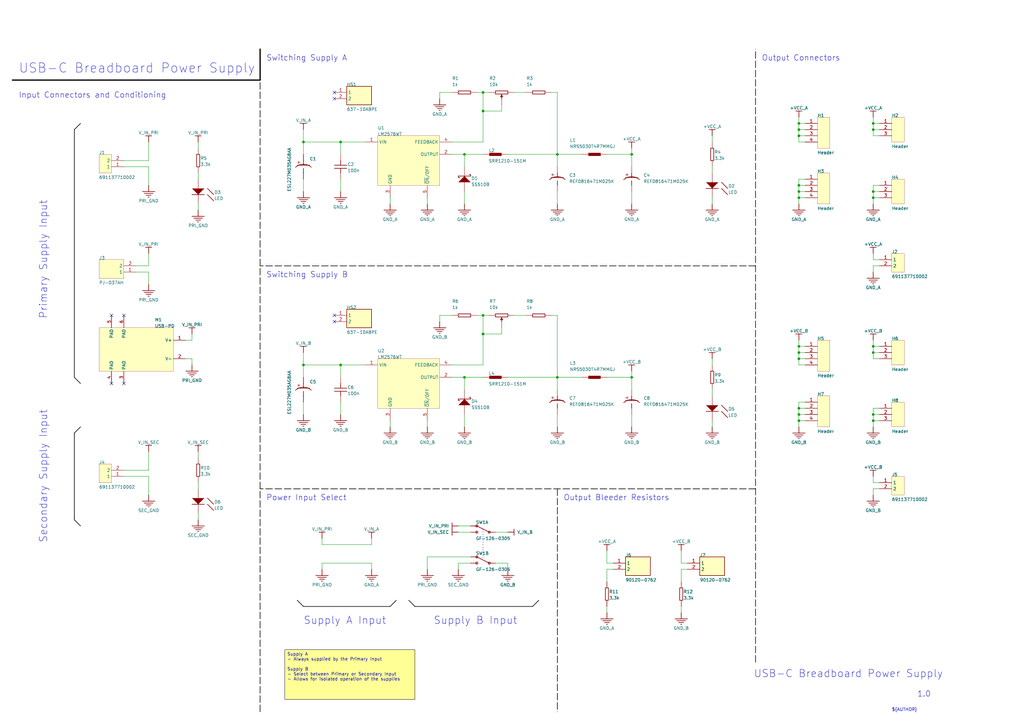
<source format=kicad_sch>
(kicad_sch (version 20231120) (generator "eeschema") (generator_version "8.0")
  (paper "A3")
  (title_block (title "USB-C Breadboard Power Supply") (rev "1.0"))
  (junction (at 327.66 147.1422))
  (junction (at 327.66 170.0022))
  (junction (at 358.14 170.0022))
  (junction (at 358.14 53.1622))
  (junction (at 124.46 58.2422))
  (junction (at 198.12 37.9222))
  (junction (at 327.66 55.7022))
  (junction (at 327.66 144.6022))
  (junction (at 358.14 81.1022))
  (junction (at 327.66 50.6222))
  (junction (at 358.14 50.6222))
  (junction (at 327.66 81.1022))
  (junction (at 228.6 154.7622))
  (junction (at 259.08 154.7622))
  (junction (at 198.12 45.5422))
  (junction (at 198.12 136.9822))
  (junction (at 190.5 63.3222))
  (junction (at 358.14 144.6022))
  (junction (at 327.66 172.5422))
  (junction (at 358.14 172.5422))
  (junction (at 190.5 154.7622))
  (junction (at 327.66 142.0622))
  (junction (at 228.6 63.3222))
  (junction (at 139.7 58.2422))
  (junction (at 259.08 63.3222))
  (junction (at 198.12 129.3622))
  (junction (at 124.46 149.6822))
  (junction (at 327.66 167.4622))
  (junction (at 358.14 78.5622))
  (junction (at 358.14 142.0622))
  (junction (at 327.66 78.5622))
  (junction (at 327.66 53.1622))
  (junction (at 139.7 149.6822))
  (junction (at 327.66 76.0222))
  (no_connect (at 137.16 40.4622))
  (no_connect (at 45.72 129.3622))
  (no_connect (at 137.16 37.9222))
  (no_connect (at 137.16 129.3622))
  (no_connect (at 137.16 131.9022))
  (no_connect (at 50.8 157.3022))
  (no_connect (at 45.72 157.3022))
  (no_connect (at 50.8 129.3622))
  (wire (pts (xy 259.08 154.7622) (xy 259.08 152.2222)))
  (wire (pts (xy 60.96 116.6622) (xy 60.96 111.5822)))
  (wire (pts (xy 160.02 175.0822) (xy 160.02 172.5422)))
  (wire (pts (xy 50.8 192.8622) (xy 60.96 192.8622)))
  (polyline (pts (xy 228.6 200.4822) (xy 228.6 291.9222)) (stroke (width 0.254) (type dash) (color 0 0 0 1)))
  (wire (pts (xy 292.1 55.7022) (xy 292.1 58.2422)))
  (wire (pts (xy 360.68 167.4622) (xy 358.14 167.4622)))
  (polyline (pts (xy 160.02 248.7422) (xy 162.56 246.2022)) (stroke (width 0.254) (type solid) (color 0 0 0 1)))
  (wire (pts (xy 327.66 53.1622) (xy 330.2 53.1622)))
  (wire (pts (xy 358.14 197.9422) (xy 358.14 195.4022)))
  (wire (pts (xy 327.66 170.0022) (xy 327.66 172.5422)))
  (wire (pts (xy 327.66 172.5422) (xy 327.66 175.0822)))
  (wire (pts (xy 185.42 129.3622) (xy 180.34 129.3622)))
  (wire (pts (xy 124.46 149.6822) (xy 139.7 149.6822)))
  (wire (pts (xy 292.1 162.3822) (xy 292.1 159.8422)))
  (wire (pts (xy 358.14 147.1422) (xy 360.68 147.1422)))
  (wire (pts (xy 248.92 238.5822) (xy 248.92 233.5022)))
  (wire (pts (xy 198.12 129.3622) (xy 200.66 129.3622)))
  (wire (pts (xy 248.92 251.2822) (xy 248.92 248.7422)))
  (wire (pts (xy 358.14 142.0622) (xy 360.68 142.0622)))
  (wire (pts (xy 50.8 195.4022) (xy 60.96 195.4022)))
  (wire (pts (xy 248.92 225.8822) (xy 248.92 230.9622)))
  (wire (pts (xy 205.74 134.4422) (xy 205.74 136.9822)))
  (wire (pts (xy 193.04 228.4222) (xy 175.26 228.4222)))
  (wire (pts (xy 327.66 81.1022) (xy 327.66 83.6422)))
  (wire (pts (xy 360.68 109.0422) (xy 358.14 109.0422)))
  (polyline (pts (xy 121.92 246.2022) (xy 124.46 248.7422)) (stroke (width 0.254) (type solid) (color 0 0 0 1)))
  (wire (pts (xy 190.5 154.7622) (xy 185.42 154.7622)))
  (polyline (pts (xy 124.46 248.7422) (xy 160.02 248.7422)) (stroke (width 0.254) (type solid) (color 0 0 0 1)))
  (wire (pts (xy 195.58 37.9222) (xy 198.12 37.9222)))
  (wire (pts (xy 210.82 129.3622) (xy 215.9 129.3622)))
  (wire (pts (xy 327.66 142.0622) (xy 327.66 144.6022)))
  (wire (pts (xy 139.7 58.2422) (xy 149.86 58.2422)))
  (wire (pts (xy 81.28 213.1822) (xy 81.28 210.6422)))
  (polyline (pts (xy 198.12 216.9922) (xy 198.12 229.6922)) (stroke (width 0.254) (type dot) (color 0 0 255 1)))
  (wire (pts (xy 205.74 136.9822) (xy 198.12 136.9822)))
  (wire (pts (xy 203.2 230.9622) (xy 208.28 230.9622)))
  (wire (pts (xy 327.66 76.0222) (xy 327.66 78.5622)))
  (wire (pts (xy 358.14 48.0822) (xy 358.14 50.6222)))
  (wire (pts (xy 292.1 83.6422) (xy 292.1 81.1022)))
  (wire (pts (xy 139.7 78.5622) (xy 139.7 73.4822)))
  (wire (pts (xy 292.1 70.9422) (xy 292.1 68.4022)))
  (wire (pts (xy 198.12 149.6822) (xy 198.12 136.9822)))
  (wire (pts (xy 132.08 230.9622) (xy 132.08 233.5022)))
  (wire (pts (xy 81.28 86.1822) (xy 81.28 83.6422)))
  (wire (pts (xy 190.5 175.0822) (xy 190.5 170.0022)))
  (wire (pts (xy 259.08 83.6422) (xy 259.08 78.5622)))
  (wire (pts (xy 358.14 170.0022) (xy 358.14 172.5422)))
  (wire (pts (xy 330.2 170.0022) (xy 327.66 170.0022)))
  (wire (pts (xy 358.14 144.6022) (xy 358.14 147.1422)))
  (wire (pts (xy 330.2 78.5622) (xy 327.66 78.5622)))
  (wire (pts (xy 327.66 50.6222) (xy 330.2 50.6222)))
  (wire (pts (xy 190.5 159.8422) (xy 190.5 154.7622)))
  (wire (pts (xy 259.08 68.4022) (xy 259.08 63.3222)))
  (wire (pts (xy 228.6 175.0822) (xy 228.6 170.0022)))
  (wire (pts (xy 358.14 50.6222) (xy 360.68 50.6222)))
  (wire (pts (xy 228.6 63.3222) (xy 228.6 68.4022)))
  (wire (pts (xy 358.14 53.1622) (xy 358.14 55.7022)))
  (wire (pts (xy 190.5 63.3222) (xy 185.42 63.3222)))
  (wire (pts (xy 330.2 167.4622) (xy 327.66 167.4622)))
  (polyline (pts (xy 309.88 109.0422) (xy 106.68 109.0422)) (stroke (width 0.254) (type dash) (color 0 0 0 1)))
  (wire (pts (xy 327.66 147.1422) (xy 327.66 149.6822)))
  (wire (pts (xy 160.02 83.6422) (xy 160.02 81.1022)))
  (wire (pts (xy 330.2 172.5422) (xy 327.66 172.5422)))
  (wire (pts (xy 358.14 76.0222) (xy 358.14 78.5622)))
  (wire (pts (xy 228.6 154.7622) (xy 228.6 159.8422)))
  (wire (pts (xy 198.12 136.9822) (xy 198.12 129.3622)))
  (wire (pts (xy 228.6 83.6422) (xy 228.6 78.5622)))
  (polyline (pts (xy 30.48 213.1822) (xy 33.02 215.7222)) (stroke (width 0.254) (type solid) (color 0 0 0 1)))
  (wire (pts (xy 360.68 172.5422) (xy 358.14 172.5422)))
  (wire (pts (xy 193.04 215.7222) (xy 187.96 215.7222)))
  (wire (pts (xy 358.14 55.7022) (xy 360.68 55.7022)))
  (wire (pts (xy 327.66 53.1622) (xy 327.66 55.7022)))
  (wire (pts (xy 238.76 154.7622) (xy 228.6 154.7622)))
  (wire (pts (xy 124.46 58.2422) (xy 124.46 63.3222)))
  (wire (pts (xy 259.08 175.0822) (xy 259.08 170.0022)))
  (polyline (pts (xy 170.18 248.7422) (xy 218.44 248.7422)) (stroke (width 0.254) (type solid) (color 0 0 0 1)))
  (wire (pts (xy 60.96 109.0422) (xy 55.88 109.0422)))
  (wire (pts (xy 330.2 76.0222) (xy 327.66 76.0222)))
  (wire (pts (xy 279.4 225.8822) (xy 279.4 230.9622)))
  (wire (pts (xy 327.66 139.5222) (xy 327.66 142.0622)))
  (wire (pts (xy 208.28 218.2622) (xy 203.2 218.2622)))
  (wire (pts (xy 358.14 172.5422) (xy 358.14 175.0822)))
  (wire (pts (xy 248.92 230.9622) (xy 251.46 230.9622)))
  (wire (pts (xy 60.96 68.4022) (xy 60.96 76.0222)))
  (wire (pts (xy 175.26 83.6422) (xy 175.26 81.1022)))
  (wire (pts (xy 330.2 81.1022) (xy 327.66 81.1022)))
  (wire (pts (xy 60.96 195.4022) (xy 60.96 203.0222)))
  (wire (pts (xy 180.34 129.3622) (xy 180.34 131.9022)))
  (wire (pts (xy 139.7 149.6822) (xy 149.86 149.6822)))
  (wire (pts (xy 358.14 50.6222) (xy 358.14 53.1622)))
  (wire (pts (xy 360.68 76.0222) (xy 358.14 76.0222)))
  (wire (pts (xy 358.14 200.4822) (xy 358.14 203.0222)))
  (wire (pts (xy 327.66 78.5622) (xy 327.66 81.1022)))
  (wire (pts (xy 139.7 149.6822) (xy 139.7 154.7622)))
  (wire (pts (xy 327.66 144.6022) (xy 327.66 147.1422)))
  (wire (pts (xy 327.66 142.0622) (xy 330.2 142.0622)))
  (wire (pts (xy 360.68 78.5622) (xy 358.14 78.5622)))
  (wire (pts (xy 279.4 230.9622) (xy 281.94 230.9622)))
  (polyline (pts (xy 30.48 53.1622) (xy 30.48 154.7622)) (stroke (width 0.254) (type solid) (color 0 0 0 1)))
  (wire (pts (xy 327.66 164.9222) (xy 327.66 167.4622)))
  (wire (pts (xy 81.28 58.2422) (xy 81.28 60.7822)))
  (wire (pts (xy 190.5 68.4022) (xy 190.5 63.3222)))
  (wire (pts (xy 124.46 58.2422) (xy 139.7 58.2422)))
  (wire (pts (xy 60.96 111.5822) (xy 55.88 111.5822)))
  (wire (pts (xy 330.2 73.4822) (xy 327.66 73.4822)))
  (wire (pts (xy 190.5 154.7622) (xy 198.12 154.7622)))
  (wire (pts (xy 139.7 170.0022) (xy 139.7 164.9222)))
  (wire (pts (xy 208.28 63.3222) (xy 228.6 63.3222)))
  (polyline (pts (xy 309.88 271.6022) (xy 309.88 20.1422)) (stroke (width 0.254) (type dash) (color 0 0 0 1)))
  (wire (pts (xy 50.8 65.8622) (xy 60.96 65.8622)))
  (wire (pts (xy 185.42 58.2422) (xy 198.12 58.2422)))
  (wire (pts (xy 327.66 48.0822) (xy 327.66 50.6222)))
  (wire (pts (xy 210.82 37.9222) (xy 215.9 37.9222)))
  (wire (pts (xy 259.08 63.3222) (xy 259.08 60.7822)))
  (wire (pts (xy 175.26 228.4222) (xy 175.26 233.5022)))
  (wire (pts (xy 330.2 164.9222) (xy 327.66 164.9222)))
  (wire (pts (xy 327.66 149.6822) (xy 330.2 149.6822)))
  (wire (pts (xy 175.26 175.0822) (xy 175.26 172.5422)))
  (wire (pts (xy 228.6 154.7622) (xy 228.6 129.3622)))
  (polyline (pts (xy 30.48 177.6222) (xy 30.48 213.1822)) (stroke (width 0.254) (type solid) (color 0 0 0 1)))
  (wire (pts (xy 228.6 37.9222) (xy 226.06 37.9222)))
  (wire (pts (xy 327.66 58.2422) (xy 330.2 58.2422)))
  (polyline (pts (xy 106.68 291.9222) (xy 106.68 32.8422)) (stroke (width 0.254) (type dash) (color 0 0 0 1)))
  (wire (pts (xy 327.66 55.7022) (xy 330.2 55.7022)))
  (polyline (pts (xy 167.64 246.2022) (xy 170.18 248.7422)) (stroke (width 0.254) (type solid) (color 0 0 0 1)))
  (polyline (pts (xy 33.02 50.6222) (xy 30.48 53.1622)) (stroke (width 0.254) (type solid) (color 0 0 0 1)))
  (wire (pts (xy 327.66 167.4622) (xy 327.66 170.0022)))
  (wire (pts (xy 152.4 223.3422) (xy 152.4 220.8022)))
  (wire (pts (xy 327.66 147.1422) (xy 330.2 147.1422)))
  (polyline (pts (xy 5.08 32.8422) (xy 106.68 32.8422)) (stroke (width 0.508) (type solid) (color 0 0 0 1)))
  (wire (pts (xy 124.46 149.6822) (xy 124.46 154.7622)))
  (polyline (pts (xy 30.48 154.7622) (xy 33.02 157.3022)) (stroke (width 0.254) (type solid) (color 0 0 0 1)))
  (wire (pts (xy 360.68 81.1022) (xy 358.14 81.1022)))
  (wire (pts (xy 358.14 167.4622) (xy 358.14 170.0022)))
  (wire (pts (xy 281.94 233.5022) (xy 279.4 233.5022)))
  (wire (pts (xy 185.42 37.9222) (xy 180.34 37.9222)))
  (wire (pts (xy 60.96 103.9622) (xy 60.96 109.0422)))
  (wire (pts (xy 190.5 63.3222) (xy 198.12 63.3222)))
  (wire (pts (xy 132.08 220.8022) (xy 132.08 223.3422)))
  (wire (pts (xy 205.74 45.5422) (xy 198.12 45.5422)))
  (wire (pts (xy 198.12 58.2422) (xy 198.12 45.5422)))
  (wire (pts (xy 124.46 144.6022) (xy 124.46 149.6822)))
  (wire (pts (xy 358.14 142.0622) (xy 358.14 144.6022)))
  (wire (pts (xy 358.14 78.5622) (xy 358.14 81.1022)))
  (wire (pts (xy 358.14 144.6022) (xy 360.68 144.6022)))
  (wire (pts (xy 205.74 43.0022) (xy 205.74 45.5422)))
  (wire (pts (xy 360.68 106.5022) (xy 358.14 106.5022)))
  (wire (pts (xy 50.8 68.4022) (xy 60.96 68.4022)))
  (wire (pts (xy 78.74 139.5222) (xy 78.74 136.9822)))
  (wire (pts (xy 198.12 45.5422) (xy 198.12 37.9222)))
  (wire (pts (xy 248.92 63.3222) (xy 259.08 63.3222)))
  (wire (pts (xy 152.4 233.5022) (xy 152.4 230.9622)))
  (wire (pts (xy 132.08 223.3422) (xy 152.4 223.3422)))
  (wire (pts (xy 327.66 73.4822) (xy 327.66 76.0222)))
  (wire (pts (xy 187.96 218.2622) (xy 193.04 218.2622)))
  (wire (pts (xy 292.1 175.0822) (xy 292.1 172.5422)))
  (wire (pts (xy 60.96 192.8622) (xy 60.96 185.2422)))
  (wire (pts (xy 360.68 170.0022) (xy 358.14 170.0022)))
  (wire (pts (xy 358.14 106.5022) (xy 358.14 103.9622)))
  (wire (pts (xy 78.74 147.1422) (xy 76.2 147.1422)))
  (wire (pts (xy 190.5 83.6422) (xy 190.5 78.5622)))
  (wire (pts (xy 228.6 129.3622) (xy 226.06 129.3622)))
  (wire (pts (xy 228.6 63.3222) (xy 228.6 37.9222)))
  (polyline (pts (xy 218.44 248.7422) (xy 220.98 246.2022)) (stroke (width 0.254) (type solid) (color 0 0 0 1)))
  (polyline (pts (xy 309.88 200.4822) (xy 106.68 200.4822)) (stroke (width 0.254) (type dash) (color 0 0 0 1)))
  (wire (pts (xy 358.14 81.1022) (xy 358.14 83.6422)))
  (wire (pts (xy 81.28 185.2422) (xy 81.28 187.7822)))
  (wire (pts (xy 279.4 233.5022) (xy 279.4 238.5822)))
  (wire (pts (xy 358.14 109.0422) (xy 358.14 111.5822)))
  (wire (pts (xy 208.28 230.9622) (xy 208.28 233.5022)))
  (wire (pts (xy 360.68 200.4822) (xy 358.14 200.4822)))
  (wire (pts (xy 60.96 65.8622) (xy 60.96 58.2422)))
  (wire (pts (xy 124.46 170.0022) (xy 124.46 164.9222)))
  (polyline (pts (xy 33.02 175.0822) (xy 30.48 177.6222)) (stroke (width 0.254) (type solid) (color 0 0 0 1)))
  (wire (pts (xy 193.04 230.9622) (xy 187.96 230.9622)))
  (polyline (pts (xy 106.68 32.8422) (xy 106.68 20.1422)) (stroke (width 0.508) (type solid) (color 0 0 0 1)))
  (wire (pts (xy 327.66 50.6222) (xy 327.66 53.1622)))
  (wire (pts (xy 327.66 55.7022) (xy 327.66 58.2422)))
  (wire (pts (xy 259.08 159.8422) (xy 259.08 154.7622)))
  (wire (pts (xy 208.28 154.7622) (xy 228.6 154.7622)))
  (wire (pts (xy 180.34 37.9222) (xy 180.34 40.4622)))
  (wire (pts (xy 238.76 63.3222) (xy 228.6 63.3222)))
  (wire (pts (xy 78.74 149.6822) (xy 78.74 147.1422)))
  (wire (pts (xy 248.92 154.7622) (xy 259.08 154.7622)))
  (wire (pts (xy 360.68 197.9422) (xy 358.14 197.9422)))
  (wire (pts (xy 248.92 233.5022) (xy 251.46 233.5022)))
  (wire (pts (xy 358.14 53.1622) (xy 360.68 53.1622)))
  (wire (pts (xy 124.46 78.5622) (xy 124.46 73.4822)))
  (wire (pts (xy 327.66 144.6022) (xy 330.2 144.6022)))
  (wire (pts (xy 279.4 248.7422) (xy 279.4 251.2822)))
  (wire (pts (xy 81.28 200.4822) (xy 81.28 197.9422)))
  (wire (pts (xy 139.7 58.2422) (xy 139.7 63.3222)))
  (wire (pts (xy 292.1 147.1422) (xy 292.1 149.6822)))
  (wire (pts (xy 187.96 230.9622) (xy 187.96 233.5022)))
  (wire (pts (xy 185.42 149.6822) (xy 198.12 149.6822)))
  (wire (pts (xy 124.46 53.1622) (xy 124.46 58.2422)))
  (wire (pts (xy 195.58 129.3622) (xy 198.12 129.3622)))
  (wire (pts (xy 358.14 139.5222) (xy 358.14 142.0622)))
  (wire (pts (xy 81.28 73.4822) (xy 81.28 70.9422)))
  (wire (pts (xy 76.2 139.5222) (xy 78.74 139.5222)))
  (wire (pts (xy 198.12 37.9222) (xy 200.66 37.9222)))
  (wire (pts (xy 152.4 230.9622) (xy 132.08 230.9622)))
  (text_box "Supply A\n- Always supplied by the Primary Input\n\nSupply B\n- Select between Primary or Secondary Input\n- Allows for isolated operation of the supplies" (at 170.18 266.5222 0) (size -53.34 20.32) (stroke (width 0) (color 0 0 0 1)) (fill (type color) (color 255 255 150 1)) (effects (font (size 1.27 1.27)) (justify left top)))
  (text "Output Connectors" (at 312.42 25.2222 0) (effects (font (size 2.286 2.286)) (justify left bottom)))
  (text "Switching Supply B" (at 109.22 114.1222 0) (effects (font (size 2.286 2.286)) (justify left bottom)))
  (text "${TITLE}" (at 309.118 278.2062 0) (effects (font (size 3.048 3.048)) (justify left bottom)))
  (text "Supply A Input" (at 124.46 256.3622 0) (effects (font (size 3.048 3.048)) (justify left bottom)))
  (text "${REVISION}" (at 376.174 286.0802 0) (effects (font (size 2.286 2.286)) (justify left bottom)))
  (text "Switching Supply A" (at 109.22 25.2222 0) (effects (font (size 2.286 2.286)) (justify left bottom)))
  (text "Output Bleeder Resistors" (at 231.14 205.5622 0) (effects (font (size 2.286 2.286)) (justify left bottom)))
  (text "Secondary Supply Input" (at 17.78 195.4022 90) (effects (font (size 3.048 3.048))))
  (text "Power Input Select" (at 109.22 205.5622 0) (effects (font (size 2.286 2.286)) (justify left bottom)))
  (text "Primary Supply Input" (at 17.78 106.5022 90) (effects (font (size 3.048 3.048))))
  (text "${AUTHOR}" (at 365.76 291.9222 0) (effects (font (size 1.27 1.27)) (justify left bottom)))
  (text "Input Connectors and Conditioning" (at 7.62 40.4622 0) (effects (font (size 2.286 2.286)) (justify left bottom)))
  (text "Supply B Input" (at 177.8 256.3622 0) (effects (font (size 3.048 3.048)) (justify left bottom)))
  (text "USB-C Breadboard Power Supply" (at 7.62 30.3022 0) (effects (font (size 3.81 3.81)) (justify left bottom)))
  (symbol (lib_id "USB-C_Power_Supply-altium-import:root_0_4-Pin Header") (at 330.2 50.6222 0) (unit 1)
    (property "Reference" "H1" (at 335.28 48.0822 0) (effects (justify left bottom)))
    (property "Value" "Header" (at 335.28 63.3222 0) (effects (justify left bottom)))
    (property "Footprint" "Header_1X4" (effects (hide yes)))
    (property "Description" "4-Pin Header" (effects (hide yes)))
  )
  (symbol (lib_id "USB-C_Power_Supply-altium-import:root_0_Capacitor - Non Polarized") (at 139.7 154.7622 0) (unit 1)
    (property "Reference" "C6" (at 142.494 159.5882 0) (effects (justify left bottom)))
    (property "Value" "100n" (at 142.494 162.1282 0) (effects (justify left bottom)))
    (property "Footprint" "CAP0805" (effects (hide yes)))
    (property "Description" "Non Polarized Capacitor" (effects (hide yes)))
  )
  (symbol (lib_id "USB-C_Power_Supply-altium-import:+VCC_A_BAR") (at 327.66 48.0822 180) (unit 1)
    (property "Reference" "#PWR?" (effects (hide yes)))
    (property "Value" "+VCC_A" (at 327.66 44.2722 0))
  )
  (symbol (lib_id "USB-C_Power_Supply-altium-import:root_0_90120-0762") (at 281.94 230.9622 0) (unit 1)
    (property "Reference" "J7" (at 287.02 228.4222 0) (effects (justify left bottom)))
    (property "Value" "90120-0762" (at 287.02 238.5822 0) (effects (justify left bottom)))
    (property "Footprint" "Header_1X2" (effects (hide yes)))
    (property "Description" "Connector" (effects (hide yes)))
    (property "DATASHEET LINK" "http://www.molex.com/pdm_docs/sd/901200762_sd.pdf" (effects (hide yes)))
    (property "HEIGHT" "5.6mm" (effects (hide yes)))
    (property "MANUFACTURER_NAME" "Molex" (effects (hide yes)))
    (property "MANUFACTURER_PART_NUMBER" "90120-0762" (effects (hide yes)))
    (property "MOUSER PART NUMBER" "538-90120-0762" (effects (hide yes)))
    (property "MOUSER PRICE/STOCK" "https://www.mouser.co.uk/ProductDetail/Molex/90120-0762?qs=NKHyz0HolODkarWFh2VFww%3D%3D" (effects (hide yes)))
    (property "ARROW PART NUMBER" "90120-0762" (effects (hide yes)))
    (property "ARROW PRICE/STOCK" "https://www.arrow.com/en/products/90120-0762/molex?region=nac" (effects (hide yes)))
  )
  (symbol (lib_id "USB-C_Power_Supply-altium-import:root_2_LED") (at 292.1 81.1022 0) (unit 1)
    (property "Reference" "D2" (at 298.704 77.0382 0) (effects (justify left bottom)))
    (property "Value" "LED" (at 298.704 79.5782 0) (effects (justify left bottom)))
    (property "Footprint" "LEDM2012X80N" (effects (hide yes)))
    (property "Description" "General Purpose LED" (effects (hide yes)))
    (property "COMPONENTLINK1DESCRIPTION" "Datasheet" (effects (hide yes)))
    (property "COMPONENTLINK1URL" "https://www.smc-diodes.com/propdf/1N4148W%20N0571%20REV.E.pdf" (effects (hide yes)))
  )
  (symbol (lib_id "USB-C_Power_Supply-altium-import:root_0_4-Pin Header") (at 330.2 142.0622 0) (unit 1)
    (property "Reference" "H5" (at 335.28 139.5222 0) (effects (justify left bottom)))
    (property "Value" "Header" (at 335.28 154.7622 0) (effects (justify left bottom)))
    (property "Footprint" "Header_1X4" (effects (hide yes)))
    (property "Description" "4-Pin Header" (effects (hide yes)))
  )
  (symbol (lib_id "USB-C_Power_Supply-altium-import:GND_A_POWER_GROUND") (at 160.02 83.6422 0) (unit 1)
    (property "Reference" "#PWR?" (effects (hide yes)))
    (property "Value" "GND_A" (at 160.02 89.9922 0))
  )
  (symbol (lib_id "USB-C_Power_Supply-altium-import:+VCC_A_BAR") (at 292.1 55.7022 180) (unit 1)
    (property "Reference" "#PWR?" (effects (hide yes)))
    (property "Value" "+VCC_A" (at 292.1 51.8922 0))
  )
  (symbol (lib_id "USB-C_Power_Supply-altium-import:root_0_SS510B") (at 190.5 159.8422 0) (unit 1)
    (property "Reference" "D4" (at 193.294 165.3032 0) (effects (justify left bottom)))
    (property "Value" "SS510B" (at 193.294 167.8432 0) (effects (justify left bottom)))
    (property "Footprint" "DO-214AC (SMA)" (effects (hide yes)))
    (property "Description" "Diode" (effects (hide yes)))
    (property "HEIGHT" "2.44mm" (effects (hide yes)))
    (property "MANUFACTURER_NAME" "HY Electronic" (effects (hide yes)))
    (property "MANUFACTURER_PART_NUMBER" "SS510B" (effects (hide yes)))
  )
  (symbol (lib_id "USB-C_Power_Supply-altium-import:GND_B_POWER_GROUND") (at 228.6 175.0822 0) (unit 1)
    (property "Reference" "#PWR?" (effects (hide yes)))
    (property "Value" "GND_B" (at 228.6 181.4322 0))
  )
  (symbol (lib_id "USB-C_Power_Supply-altium-import:root_1_mirrored_Resistor") (at 195.58 129.3622 0) (unit 1)
    (property "Reference" "R6" (at 185.42 124.2822 0) (effects (justify left bottom)))
    (property "Value" "1k" (at 185.42 126.8222 0) (effects (justify left bottom)))
    (property "Footprint" "RESC0805" (effects (hide yes)))
    (property "Description" "Resistor" (effects (hide yes)))
  )
  (symbol (lib_id "USB-C_Power_Supply-altium-import:root_0_Resistor") (at 81.28 60.7822 0) (unit 1)
    (property "Reference" "R5" (at 82.169 65.6082 0) (effects (justify left bottom)))
    (property "Value" "3.3k" (at 82.169 68.1482 0) (effects (justify left bottom)))
    (property "Footprint" "RESC0805" (effects (hide yes)))
    (property "Description" "Resistor" (effects (hide yes)))
  )
  (symbol (lib_id "USB-C_Power_Supply-altium-import:root_1_NRS5030T4R7MMGJ") (at 238.76 154.7622 0) (unit 1)
    (property "Reference" "L3" (at 233.68 149.6822 0) (effects (justify left bottom)))
    (property "Value" "NRS5030T4R7MMGJ" (at 233.68 152.2222 0) (effects (justify left bottom)))
    (property "Footprint" "IND (4.9mmx4.9mm)" (effects (hide yes)))
    (property "Description" "Inductor" (effects (hide yes)))
    (property "DATASHEET LINK" "https://www.yuden.co.jp/productdata/catalog/wound04_e.pdf" (effects (hide yes)))
    (property "HEIGHT" "3.1mm" (effects (hide yes)))
    (property "MANUFACTURER_NAME" "TAIYO YUDEN" (effects (hide yes)))
    (property "MANUFACTURER_PART_NUMBER" "NRS5030T4R7MMGJ" (effects (hide yes)))
    (property "MOUSER PART NUMBER" "963-NRS5030T4R7MMGJ" (effects (hide yes)))
    (property "MOUSER PRICE/STOCK" "https://www.mouser.co.uk/ProductDetail/TAIYO-YUDEN/NRS5030T4R7MMGJ?qs=CNQs48zzdnpF%252BjDsFjbDtA%3D%3D" (effects (hide yes)))
    (property "ARROW PART NUMBER" "NRS5030T4R7MMGJ" (effects (hide yes)))
    (property "ARROW PRICE/STOCK" "null?utm_currency=USD&region=nac" (effects (hide yes)))
  )
  (symbol (lib_id "USB-C_Power_Supply-altium-import:PRI_GND_POWER_GROUND") (at 175.26 233.5022 0) (unit 1)
    (property "Reference" "#PWR?" (effects (hide yes)))
    (property "Value" "PRI_GND" (at 175.26 239.8522 0))
  )
  (symbol (lib_id "USB-C_Power_Supply-altium-import:root_1_SRR1210-151M") (at 198.12 154.7622 0) (unit 1)
    (property "Reference" "L4" (at 200.406 153.8732 0) (effects (justify left bottom)))
    (property "Value" "SRR1210-151M" (at 200.406 158.1912 0) (effects (justify left bottom)))
    (property "Footprint" "INDPM120120X1000N-D" (effects (hide yes)))
    (property "Description" "Inductor" (effects (hide yes)))
    (property "DATASHEET LINK" "https://www.bourns.com/docs/Product-Datasheets/SRR1210.pdf" (effects (hide yes)))
    (property "HEIGHT" "10mm" (effects (hide yes)))
    (property "MANUFACTURER_NAME" "Bourns" (effects (hide yes)))
    (property "MANUFACTURER_PART_NUMBER" "SRR1210-151M" (effects (hide yes)))
    (property "MOUSER PART NUMBER" "652-SRR1210-151M" (effects (hide yes)))
    (property "MOUSER PRICE/STOCK" "https://www.mouser.co.uk/ProductDetail/Bourns/SRR1210-151M?qs=4vvWAaIu%2Fq7S1x5W5meWRQ%3D%3D" (effects (hide yes)))
    (property "ARROW PART NUMBER" "SRR1210-151M" (effects (hide yes)))
    (property "ARROW PRICE/STOCK" "https://www.arrow.com/en/products/srr1210-151m/bourns?region=nac" (effects (hide yes)))
  )
  (symbol (lib_id "USB-C_Power_Supply-altium-import:root_0_REF0816471M025K") (at 259.08 159.8422 0) (unit 1)
    (property "Reference" "C8" (at 263.923 164.0332 0) (effects (justify left bottom)))
    (property "Value" "REF0816471M025K" (at 263.923 166.5732 0) (effects (justify left bottom)))
    (property "Footprint" "CAPTH8.00X16.00-3.50" (effects (hide yes)))
    (property "Description" "Capacitor Polarised" (effects (hide yes)))
    (property "DATASHEET LINK" "https://www.digikey.ph/en/products/detail/kyocera-avx/REF0816471M025K/20096764?msockid=39f1ec84d77b6f4428b7f904d6676eed" (effects (hide yes)))
    (property "HEIGHT" "18mm" (effects (hide yes)))
    (property "MANUFACTURER_NAME" "Kyocera AVX" (effects (hide yes)))
    (property "MANUFACTURER_PART_NUMBER" "REF0816471M025K" (effects (hide yes)))
    (property "MOUSER PART NUMBER" "581-REF0816471M025K" (effects (hide yes)))
    (property "MOUSER PRICE/STOCK" "https://www.mouser.co.uk/ProductDetail/KYOCERA-AVX/REF0816471M025K?qs=Y0Uzf4wQF3mKMY7CWvU3GA%3D%3D" (effects (hide yes)))
  )
  (symbol (lib_id "USB-C_Power_Supply-altium-import:root_0_637-10ABPE") (at 137.16 37.9222 0) (unit 1)
    (property "Reference" "HS1" (at 142.24 35.3822 0) (effects (justify left bottom)))
    (property "Value" "637-10ABPE" (at 142.24 45.5422 0) (effects (justify left bottom)))
    (property "Footprint" "63710ABPE" (effects (hide yes)))
    (property "Description" "Undefined or Miscellaneous" (effects (hide yes)))
    (property "DATASHEET LINK" "https://media.digikey.com/pdf/Data%20Sheets/Wakefield%20Thermal%20PDFs/634%20Heat%20Sinks.pdf" (effects (hide yes)))
    (property "HEIGHT" "25.4mm" (effects (hide yes)))
    (property "MANUFACTURER_NAME" "Wakefield Thermal" (effects (hide yes)))
    (property "MANUFACTURER_PART_NUMBER" "637-10ABPE" (effects (hide yes)))
    (property "MOUSER PART NUMBER" "567-637-10ABPE" (effects (hide yes)))
    (property "MOUSER PRICE/STOCK" "https://www.mouser.co.uk/ProductDetail/Wakefield-Vette/637-10ABPE?qs=1%252ByrAFyf4wFy1bU0h8s7wA%3D%3D" (effects (hide yes)))
  )
  (symbol (lib_id "USB-C_Power_Supply-altium-import:root_0_mirrored_GF-126-0305") (at 198.12 218.2622 0) (unit 1)
    (property "Reference" "SW1" (at 195.141 214.9602 0) (effects (justify left bottom)))
    (property "Value" "GF-126-0305" (at 195.141 221.5642 0) (effects (justify left bottom)))
    (property "Footprint" "GF1260305" (effects (hide yes)))
    (property "Description" "DPDT Slide Switch" (effects (hide yes)))
  )
  (symbol (lib_id "USB-C_Power_Supply-altium-import:V_IN_A_BAR") (at 152.4 220.8022 180) (unit 1)
    (property "Reference" "#PWR?" (effects (hide yes)))
    (property "Value" "V_IN_A" (at 152.4 216.9922 0))
  )
  (symbol (lib_id "USB-C_Power_Supply-altium-import:PRI_GND_POWER_GROUND") (at 132.08 233.5022 0) (unit 1)
    (property "Reference" "#PWR?" (effects (hide yes)))
    (property "Value" "PRI_GND" (at 132.08 239.8522 0))
  )
  (symbol (lib_id "USB-C_Power_Supply-altium-import:GND_A_POWER_GROUND") (at 259.08 83.6422 0) (unit 1)
    (property "Reference" "#PWR?" (effects (hide yes)))
    (property "Value" "GND_A" (at 259.08 89.9922 0))
  )
  (symbol (lib_id "USB-C_Power_Supply-altium-import:root_0_REF0816471M025K") (at 228.6 159.8422 0) (unit 1)
    (property "Reference" "C7" (at 233.443 164.0332 0) (effects (justify left bottom)))
    (property "Value" "REF0816471M025K" (at 233.443 166.5732 0) (effects (justify left bottom)))
    (property "Footprint" "CAPTH8.00X16.00-3.50" (effects (hide yes)))
    (property "Description" "Capacitor Polarised" (effects (hide yes)))
    (property "DATASHEET LINK" "https://www.digikey.ph/en/products/detail/kyocera-avx/REF0816471M025K/20096764?msockid=39f1ec84d77b6f4428b7f904d6676eed" (effects (hide yes)))
    (property "HEIGHT" "18mm" (effects (hide yes)))
    (property "MANUFACTURER_NAME" "Kyocera AVX" (effects (hide yes)))
    (property "MANUFACTURER_PART_NUMBER" "REF0816471M025K" (effects (hide yes)))
    (property "MOUSER PART NUMBER" "581-REF0816471M025K" (effects (hide yes)))
    (property "MOUSER PRICE/STOCK" "https://www.mouser.co.uk/ProductDetail/KYOCERA-AVX/REF0816471M025K?qs=Y0Uzf4wQF3mKMY7CWvU3GA%3D%3D" (effects (hide yes)))
  )
  (symbol (lib_id "USB-C_Power_Supply-altium-import:+VCC_B_BAR") (at 358.14 195.4022 180) (unit 1)
    (property "Reference" "#PWR?" (effects (hide yes)))
    (property "Value" "+VCC_B" (at 358.14 191.5922 0))
  )
  (symbol (lib_id "USB-C_Power_Supply-altium-import:V_IN_SEC_BAR") (at 81.28 185.2422 180) (unit 1)
    (property "Reference" "#PWR?" (effects (hide yes)))
    (property "Value" "V_IN_SEC" (at 81.28 181.4322 0))
  )
  (symbol (lib_id "USB-C_Power_Supply-altium-import:GND_B_POWER_GROUND") (at 175.26 175.0822 0) (unit 1)
    (property "Reference" "#PWR?" (effects (hide yes)))
    (property "Value" "GND_B" (at 175.26 181.4322 0))
  )
  (symbol (lib_id "USB-C_Power_Supply-altium-import:root_1_NRS5030T4R7MMGJ") (at 238.76 63.3222 0) (unit 1)
    (property "Reference" "L1" (at 233.68 58.2422 0) (effects (justify left bottom)))
    (property "Value" "NRS5030T4R7MMGJ" (at 233.68 60.7822 0) (effects (justify left bottom)))
    (property "Footprint" "IND (4.9mmx4.9mm)" (effects (hide yes)))
    (property "Description" "Inductor" (effects (hide yes)))
    (property "DATASHEET LINK" "https://www.yuden.co.jp/productdata/catalog/wound04_e.pdf" (effects (hide yes)))
    (property "HEIGHT" "3.1mm" (effects (hide yes)))
    (property "MANUFACTURER_NAME" "TAIYO YUDEN" (effects (hide yes)))
    (property "MANUFACTURER_PART_NUMBER" "NRS5030T4R7MMGJ" (effects (hide yes)))
    (property "MOUSER PART NUMBER" "963-NRS5030T4R7MMGJ" (effects (hide yes)))
    (property "MOUSER PRICE/STOCK" "https://www.mouser.co.uk/ProductDetail/TAIYO-YUDEN/NRS5030T4R7MMGJ?qs=CNQs48zzdnpF%252BjDsFjbDtA%3D%3D" (effects (hide yes)))
    (property "ARROW PART NUMBER" "NRS5030T4R7MMGJ" (effects (hide yes)))
    (property "ARROW PRICE/STOCK" "null?utm_currency=USD&region=nac" (effects (hide yes)))
  )
  (symbol (lib_id "USB-C_Power_Supply-altium-import:GND_A_POWER_GROUND") (at 327.66 83.6422 0) (unit 1)
    (property "Reference" "#PWR?" (effects (hide yes)))
    (property "Value" "GND_A" (at 327.66 89.9922 0))
  )
  (symbol (lib_id "USB-C_Power_Supply-altium-import:GND_A_POWER_GROUND") (at 152.4 233.5022 0) (unit 1)
    (property "Reference" "#PWR?" (effects (hide yes)))
    (property "Value" "GND_A" (at 152.4 239.8522 0))
  )
  (symbol (lib_id "USB-C_Power_Supply-altium-import:GND_B_POWER_GROUND") (at 292.1 175.0822 0) (unit 1)
    (property "Reference" "#PWR?" (effects (hide yes)))
    (property "Value" "GND_B" (at 292.1 181.4322 0))
  )
  (symbol (lib_id "USB-C_Power_Supply-altium-import:root_2_691137710002") (at 50.8 195.4022 0) (unit 1)
    (property "Reference" "J4" (at 40.64 190.3222 0) (effects (justify left bottom)))
    (property "Value" "691137710002" (at 40.64 200.4822 0) (effects (justify left bottom)))
    (property "Footprint" "SHDR2W70P0X500_1X2_1000X750X1160P" (effects (hide yes)))
    (property "Description" "Connector" (effects (hide yes)))
    (property "DATASHEET LINK" "https://katalog.we-online.com/em/datasheet/691137710002.pdf" (effects (hide yes)))
    (property "HEIGHT" "11.6mm" (effects (hide yes)))
    (property "MANUFACTURER_NAME" "Wurth Elektronik" (effects (hide yes)))
    (property "MANUFACTURER_PART_NUMBER" "691137710002" (effects (hide yes)))
    (property "MOUSER PART NUMBER" "710-691137710002" (effects (hide yes)))
    (property "MOUSER PRICE/STOCK" "https://www.mouser.co.uk/ProductDetail/Wurth-Elektronik/691137710002?qs=lBTPRtX1sU9LnHBbviNKGA%3D%3D" (effects (hide yes)))
  )
  (symbol (lib_id "USB-C_Power_Supply-altium-import:+VCC_B_BAR") (at 259.08 152.2222 180) (unit 1)
    (property "Reference" "#PWR?" (effects (hide yes)))
    (property "Value" "+VCC_B" (at 259.08 148.4122 0))
  )
  (symbol (lib_id "USB-C_Power_Supply-altium-import:root_0_Resistor") (at 81.28 187.7822 0) (unit 1)
    (property "Reference" "R10" (at 82.169 192.6082 0) (effects (justify left bottom)))
    (property "Value" "3.3k" (at 82.169 195.1482 0) (effects (justify left bottom)))
    (property "Footprint" "RESC0805" (effects (hide yes)))
    (property "Description" "Resistor" (effects (hide yes)))
  )
  (symbol (lib_id "USB-C_Power_Supply-altium-import:root_2_LED") (at 292.1 172.5422 0) (unit 1)
    (property "Reference" "D5" (at 298.704 168.4782 0) (effects (justify left bottom)))
    (property "Value" "LED" (at 298.704 171.0182 0) (effects (justify left bottom)))
    (property "Footprint" "LEDM2012X80N" (effects (hide yes)))
    (property "Description" "General Purpose LED" (effects (hide yes)))
    (property "COMPONENTLINK1DESCRIPTION" "Datasheet" (effects (hide yes)))
    (property "COMPONENTLINK1URL" "https://www.smc-diodes.com/propdf/1N4148W%20N0571%20REV.E.pdf" (effects (hide yes)))
  )
  (symbol (lib_id "USB-C_Power_Supply-altium-import:+VCC_A_BAR") (at 358.14 48.0822 180) (unit 1)
    (property "Reference" "#PWR?" (effects (hide yes)))
    (property "Value" "+VCC_A" (at 358.14 44.2722 0))
  )
  (symbol (lib_id "USB-C_Power_Supply-altium-import:GND_B_POWER_GROUND") (at 208.28 233.5022 0) (unit 1)
    (property "Reference" "#PWR?" (effects (hide yes)))
    (property "Value" "GND_B" (at 208.28 239.8522 0))
  )
  (symbol (lib_id "USB-C_Power_Supply-altium-import:root_2_691137710002") (at 50.8 68.4022 0) (unit 1)
    (property "Reference" "J1" (at 40.64 63.3222 0) (effects (justify left bottom)))
    (property "Value" "691137710002" (at 40.64 73.4822 0) (effects (justify left bottom)))
    (property "Footprint" "SHDR2W70P0X500_1X2_1000X750X1160P" (effects (hide yes)))
    (property "Description" "Connector" (effects (hide yes)))
    (property "DATASHEET LINK" "https://katalog.we-online.com/em/datasheet/691137710002.pdf" (effects (hide yes)))
    (property "HEIGHT" "11.6mm" (effects (hide yes)))
    (property "MANUFACTURER_NAME" "Wurth Elektronik" (effects (hide yes)))
    (property "MANUFACTURER_PART_NUMBER" "691137710002" (effects (hide yes)))
    (property "MOUSER PART NUMBER" "710-691137710002" (effects (hide yes)))
    (property "MOUSER PRICE/STOCK" "https://www.mouser.co.uk/ProductDetail/Wurth-Elektronik/691137710002?qs=lBTPRtX1sU9LnHBbviNKGA%3D%3D" (effects (hide yes)))
  )
  (symbol (lib_id "USB-C_Power_Supply-altium-import:V_IN_PRI_BAR") (at 132.08 220.8022 180) (unit 1)
    (property "Reference" "#PWR?" (effects (hide yes)))
    (property "Value" "V_IN_PRI" (at 132.08 216.9922 0))
  )
  (symbol (lib_id "USB-C_Power_Supply-altium-import:root_0_Resistor") (at 292.1 58.2422 0) (unit 1)
    (property "Reference" "R4" (at 292.989 63.0682 0) (effects (justify left bottom)))
    (property "Value" "3.3k" (at 292.989 65.6082 0) (effects (justify left bottom)))
    (property "Footprint" "RESC0805" (effects (hide yes)))
    (property "Description" "Resistor" (effects (hide yes)))
  )
  (symbol (lib_id "USB-C_Power_Supply-altium-import:V_IN_SEC_BAR") (at 187.96 218.2622 270) (unit 1)
    (property "Reference" "#PWR?" (effects (hide yes)))
    (property "Value" "V_IN_SEC" (at 184.15 218.2622 90) (effects (justify right)))
  )
  (symbol (lib_id "USB-C_Power_Supply-altium-import:root_0_mirrored_PJ-037AH") (at 55.88 109.0422 0) (unit 1)
    (property "Reference" "J3" (at 40.64 106.5022 0) (effects (justify left bottom)))
    (property "Value" "PJ-037AH" (at 40.64 116.6622 0) (effects (justify left bottom)))
    (property "Footprint" "PJ037AH" (effects (hide yes)))
    (property "Description" "Connector" (effects (hide yes)))
    (property "DATASHEET LINK" "https://www.arrow.com/en/products/pj-037ah/cui-devices" (effects (hide yes)))
    (property "HEIGHT" "11.2mm" (effects (hide yes)))
    (property "MANUFACTURER_NAME" "Same Sky" (effects (hide yes)))
    (property "MANUFACTURER_PART_NUMBER" "PJ-037AH" (effects (hide yes)))
    (property "MOUSER PART NUMBER" "490-PJ-037AH" (effects (hide yes)))
    (property "MOUSER PRICE/STOCK" "https://www.mouser.co.uk/ProductDetail/CUI-Devices/PJ-037AH?qs=WyjlAZoYn50M7m1AkzfPaQ%3D%3D" (effects (hide yes)))
    (property "ARROW PART NUMBER" "PJ-037AH" (effects (hide yes)))
    (property "ARROW PRICE/STOCK" "https://www.arrow.com/en/products/pj-037ah/cui-devices?region=nac" (effects (hide yes)))
  )
  (symbol (lib_id "USB-C_Power_Supply-altium-import:GND_B_POWER_GROUND") (at 190.5 175.0822 0) (unit 1)
    (property "Reference" "#PWR?" (effects (hide yes)))
    (property "Value" "GND_B" (at 190.5 181.4322 0))
  )
  (symbol (lib_id "USB-C_Power_Supply-altium-import:root_0_691137710002") (at 360.68 197.9422 0) (unit 1)
    (property "Reference" "J5" (at 365.76 195.4022 0) (effects (justify left bottom)))
    (property "Value" "691137710002" (at 365.76 205.5622 0) (effects (justify left bottom)))
    (property "Footprint" "SHDR2W70P0X500_1X2_1000X750X1160P" (effects (hide yes)))
    (property "Description" "Connector" (effects (hide yes)))
    (property "DATASHEET LINK" "https://katalog.we-online.com/em/datasheet/691137710002.pdf" (effects (hide yes)))
    (property "HEIGHT" "11.6mm" (effects (hide yes)))
    (property "MANUFACTURER_NAME" "Wurth Elektronik" (effects (hide yes)))
    (property "MANUFACTURER_PART_NUMBER" "691137710002" (effects (hide yes)))
    (property "MOUSER PART NUMBER" "710-691137710002" (effects (hide yes)))
    (property "MOUSER PRICE/STOCK" "https://www.mouser.co.uk/ProductDetail/Wurth-Elektronik/691137710002?qs=lBTPRtX1sU9LnHBbviNKGA%3D%3D" (effects (hide yes)))
  )
  (symbol (lib_id "USB-C_Power_Supply-altium-import:root_0_ESL227M035AG8AA") (at 124.46 154.7622 0) (unit 1)
    (property "Reference" "C5" (at 127 157.3022 0) (effects (justify left bottom)))
    (property "Value" "ESL227M035AG8AA" (at 119.38 170.0022 90) (effects (justify left bottom)))
    (property "Footprint" "CAPTH8.00X18.00-3.50" (effects (hide yes)))
    (property "Description" "Capacitor Polarised" (effects (hide yes)))
    (property "DATASHEET LINK" "https://content.kemet.com/datasheets/KEM_A4074_ESL.pdf" (effects (hide yes)))
    (property "HEIGHT" "18mm" (effects (hide yes)))
    (property "MANUFACTURER_NAME" "KEMET" (effects (hide yes)))
    (property "MANUFACTURER_PART_NUMBER" "ESL227M035AG8AA" (effects (hide yes)))
    (property "MOUSER PART NUMBER" "80-ESL227M035AG8AA" (effects (hide yes)))
    (property "MOUSER PRICE/STOCK" "https://www.mouser.co.uk/ProductDetail/KEMET/ESL227M035AG8AA?qs=HXFqYaX1Q2yHN7oCVXkyWQ%3D%3D" (effects (hide yes)))
  )
  (symbol (lib_id "USB-C_Power_Supply-altium-import:SEC_GND_POWER_GROUND") (at 60.96 203.0222 0) (unit 1)
    (property "Reference" "#PWR?" (effects (hide yes)))
    (property "Value" "SEC_GND" (at 60.96 209.3722 0))
  )
  (symbol (lib_id "USB-C_Power_Supply-altium-import:GND_A_POWER_GROUND") (at 190.5 83.6422 0) (unit 1)
    (property "Reference" "#PWR?" (effects (hide yes)))
    (property "Value" "GND_A" (at 190.5 89.9922 0))
  )
  (symbol (lib_id "USB-C_Power_Supply-altium-import:GND_B_POWER_GROUND") (at 124.46 170.0022 0) (unit 1)
    (property "Reference" "#PWR?" (effects (hide yes)))
    (property "Value" "GND_B" (at 124.46 176.3522 0))
  )
  (symbol (lib_id "USB-C_Power_Supply-altium-import:root_0_4-Pin Header") (at 330.2 73.4822 0) (unit 1)
    (property "Reference" "H3" (at 335.28 70.9422 0) (effects (justify left bottom)))
    (property "Value" "Header" (at 335.28 86.1822 0) (effects (justify left bottom)))
    (property "Footprint" "Header_1X4" (effects (hide yes)))
    (property "Description" "4-Pin Header" (effects (hide yes)))
  )
  (symbol (lib_id "USB-C_Power_Supply-altium-import:PRI_GND_POWER_GROUND") (at 78.74 149.6822 0) (unit 1)
    (property "Reference" "#PWR?" (effects (hide yes)))
    (property "Value" "PRI_GND" (at 78.74 156.0322 0))
  )
  (symbol (lib_id "USB-C_Power_Supply-altium-import:GND_A_POWER_GROUND") (at 228.6 83.6422 0) (unit 1)
    (property "Reference" "#PWR?" (effects (hide yes)))
    (property "Value" "GND_A" (at 228.6 89.9922 0))
  )
  (symbol (lib_id "USB-C_Power_Supply-altium-import:root_0_3-Pin Header") (at 360.68 50.6222 0) (unit 1)
    (property "Reference" "H2" (at 365.76 48.0822 0) (effects (justify left bottom)))
    (property "Value" "Header" (at 365.76 60.7822 0) (effects (justify left bottom)))
    (property "Footprint" "Header_1X3" (effects (hide yes)))
    (property "Description" "3-Pin Header" (effects (hide yes)))
  )
  (symbol (lib_id "USB-C_Power_Supply-altium-import:V_IN_PRI_BAR") (at 78.74 136.9822 180) (unit 1)
    (property "Reference" "#PWR?" (effects (hide yes)))
    (property "Value" "V_IN_PRI" (at 78.74 133.1722 0))
  )
  (symbol (lib_id "USB-C_Power_Supply-altium-import:+VCC_B_BAR") (at 358.14 139.5222 180) (unit 1)
    (property "Reference" "#PWR?" (effects (hide yes)))
    (property "Value" "+VCC_B" (at 358.14 135.7122 0))
  )
  (symbol (lib_id "USB-C_Power_Supply-altium-import:root_0_Resistor") (at 292.1 149.6822 0) (unit 1)
    (property "Reference" "R9" (at 292.989 154.5082 0) (effects (justify left bottom)))
    (property "Value" "3.3k" (at 292.989 157.0482 0) (effects (justify left bottom)))
    (property "Footprint" "RESC0805" (effects (hide yes)))
    (property "Description" "Resistor" (effects (hide yes)))
  )
  (symbol (lib_id "USB-C_Power_Supply-altium-import:GND_A_POWER_GROUND") (at 139.7 78.5622 0) (unit 1)
    (property "Reference" "#PWR?" (effects (hide yes)))
    (property "Value" "GND_A" (at 139.7 84.9122 0))
  )
  (symbol (lib_id "USB-C_Power_Supply-altium-import:V_IN_PRI_BAR") (at 187.96 215.7222 270) (unit 1)
    (property "Reference" "#PWR?" (effects (hide yes)))
    (property "Value" "V_IN_PRI" (at 184.15 215.7222 90) (effects (justify right)))
  )
  (symbol (lib_id "USB-C_Power_Supply-altium-import:V_IN_B_BAR") (at 124.46 144.6022 180) (unit 1)
    (property "Reference" "#PWR?" (effects (hide yes)))
    (property "Value" "V_IN_B" (at 124.46 140.7922 0))
  )
  (symbol (lib_id "USB-C_Power_Supply-altium-import:root_0_mirrored_GF-126-0305") (at 198.12 230.9622 0) (unit 2)
    (property "Reference" "SW1" (at 195.141 227.6602 0) (effects (justify left bottom)))
    (property "Value" "GF-126-0305" (at 195.141 234.2642 0) (effects (justify left bottom)))
    (property "Footprint" "GF1260305" (effects (hide yes)))
    (property "Description" "DPDT Slide Switch" (effects (hide yes)))
  )
  (symbol (lib_id "USB-C_Power_Supply-altium-import:root_0_90120-0762") (at 251.46 230.9622 0) (unit 1)
    (property "Reference" "J6" (at 256.54 228.4222 0) (effects (justify left bottom)))
    (property "Value" "90120-0762" (at 256.54 238.5822 0) (effects (justify left bottom)))
    (property "Footprint" "Header_1X2" (effects (hide yes)))
    (property "Description" "Connector" (effects (hide yes)))
    (property "DATASHEET LINK" "http://www.molex.com/pdm_docs/sd/901200762_sd.pdf" (effects (hide yes)))
    (property "HEIGHT" "5.6mm" (effects (hide yes)))
    (property "MANUFACTURER_NAME" "Molex" (effects (hide yes)))
    (property "MANUFACTURER_PART_NUMBER" "90120-0762" (effects (hide yes)))
    (property "MOUSER PART NUMBER" "538-90120-0762" (effects (hide yes)))
    (property "MOUSER PRICE/STOCK" "https://www.mouser.co.uk/ProductDetail/Molex/90120-0762?qs=NKHyz0HolODkarWFh2VFww%3D%3D" (effects (hide yes)))
    (property "ARROW PART NUMBER" "90120-0762" (effects (hide yes)))
    (property "ARROW PRICE/STOCK" "https://www.arrow.com/en/products/90120-0762/molex?region=nac" (effects (hide yes)))
  )
  (symbol (lib_id "USB-C_Power_Supply-altium-import:GND_B_POWER_GROUND") (at 358.14 203.0222 0) (unit 1)
    (property "Reference" "#PWR?" (effects (hide yes)))
    (property "Value" "GND_B" (at 358.14 209.3722 0))
  )
  (symbol (lib_id "USB-C_Power_Supply-altium-import:V_IN_PRI_BAR") (at 60.96 58.2422 180) (unit 1)
    (property "Reference" "#PWR?" (effects (hide yes)))
    (property "Value" "V_IN_PRI" (at 60.96 54.4322 0))
  )
  (symbol (lib_id "USB-C_Power_Supply-altium-import:PRI_GND_POWER_GROUND") (at 60.96 116.6622 0) (unit 1)
    (property "Reference" "#PWR?" (effects (hide yes)))
    (property "Value" "PRI_GND" (at 60.96 123.0122 0))
  )
  (symbol (lib_id "USB-C_Power_Supply-altium-import:root_3_Potentiometer") (at 210.82 129.3622 0) (unit 1)
    (property "Reference" "R7" (at 200.66 124.2822 0) (effects (justify left bottom)))
    (property "Value" "10k" (at 200.66 126.8222 0) (effects (justify left bottom)))
    (property "Footprint" "3339P1103LF - Modified" (effects (hide yes)))
    (property "Description" "Potentionmeter" (effects (hide yes)))
  )
  (symbol (lib_id "USB-C_Power_Supply-altium-import:+VCC_A_BAR") (at 259.08 60.7822 180) (unit 1)
    (property "Reference" "#PWR?" (effects (hide yes)))
    (property "Value" "+VCC_A" (at 259.08 56.9722 0))
  )
  (symbol (lib_id "USB-C_Power_Supply-altium-import:root_0_LM2576WT") (at 149.86 149.6822 0) (unit 1)
    (property "Reference" "U2" (at 154.94 144.6022 0) (effects (justify left bottom)))
    (property "Value" "LM2576WT" (at 154.94 147.1422 0) (effects (justify left bottom)))
    (property "Footprint" "TO-220-5" (effects (hide yes)))
    (property "Description" "Integrated Circuit" (effects (hide yes)))
    (property "DATASHEET LINK" "http://ww1.microchip.com/downloads/en/DeviceDoc/lm2576.pdf" (effects (hide yes)))
    (property "MANUFACTURER_NAME" "Microchip" (effects (hide yes)))
    (property "MANUFACTURER_PART_NUMBER" "LM2576WU-TR" (effects (hide yes)))
    (property "MOUSER PART NUMBER" "998-LM2576WT" (effects (hide yes)))
    (property "MOUSER PRICE/STOCK" "https://www.mouser.co.uk/ProductDetail/Microchip-Technology/LM2576-5.0WU-TR?qs=Y3Q3JoKAO1SBuj%2FVzZkeQA%3D%3D" (effects (hide yes)))
    (property "ARROW PART NUMBER" "LM2576-5.0WU-TR" (effects (hide yes)))
    (property "ARROW PRICE/STOCK" "https://www.arrow.com/en/products/lm2576-5.0wu-tr/microchip-technology?region=nac" (effects (hide yes)))
  )
  (symbol (lib_id "USB-C_Power_Supply-altium-import:root_0_637-10ABPE") (at 137.16 129.3622 0) (unit 1)
    (property "Reference" "HS2" (at 142.24 126.8222 0) (effects (justify left bottom)))
    (property "Value" "637-10ABPE" (at 142.24 136.9822 0) (effects (justify left bottom)))
    (property "Footprint" "63710ABPE" (effects (hide yes)))
    (property "Description" "Undefined or Miscellaneous" (effects (hide yes)))
    (property "DATASHEET LINK" "https://media.digikey.com/pdf/Data%20Sheets/Wakefield%20Thermal%20PDFs/634%20Heat%20Sinks.pdf" (effects (hide yes)))
    (property "HEIGHT" "25.4mm" (effects (hide yes)))
    (property "MANUFACTURER_NAME" "Wakefield Thermal" (effects (hide yes)))
    (property "MANUFACTURER_PART_NUMBER" "637-10ABPE" (effects (hide yes)))
    (property "MOUSER PART NUMBER" "567-637-10ABPE" (effects (hide yes)))
    (property "MOUSER PRICE/STOCK" "https://www.mouser.co.uk/ProductDetail/Wakefield-Vette/637-10ABPE?qs=1%252ByrAFyf4wFy1bU0h8s7wA%3D%3D" (effects (hide yes)))
  )
  (symbol (lib_id "USB-C_Power_Supply-altium-import:root_1_SRR1210-151M") (at 198.12 63.3222 0) (unit 1)
    (property "Reference" "L2" (at 200.406 62.4332 0) (effects (justify left bottom)))
    (property "Value" "SRR1210-151M" (at 200.406 66.7512 0) (effects (justify left bottom)))
    (property "Footprint" "INDPM120120X1000N-D" (effects (hide yes)))
    (property "Description" "Inductor" (effects (hide yes)))
    (property "DATASHEET LINK" "https://www.bourns.com/docs/Product-Datasheets/SRR1210.pdf" (effects (hide yes)))
    (property "HEIGHT" "10mm" (effects (hide yes)))
    (property "MANUFACTURER_NAME" "Bourns" (effects (hide yes)))
    (property "MANUFACTURER_PART_NUMBER" "SRR1210-151M" (effects (hide yes)))
    (property "MOUSER PART NUMBER" "652-SRR1210-151M" (effects (hide yes)))
    (property "MOUSER PRICE/STOCK" "https://www.mouser.co.uk/ProductDetail/Bourns/SRR1210-151M?qs=4vvWAaIu%2Fq7S1x5W5meWRQ%3D%3D" (effects (hide yes)))
    (property "ARROW PART NUMBER" "SRR1210-151M" (effects (hide yes)))
    (property "ARROW PRICE/STOCK" "https://www.arrow.com/en/products/srr1210-151m/bourns?region=nac" (effects (hide yes)))
  )
  (symbol (lib_id "USB-C_Power_Supply-altium-import:root_3_Potentiometer") (at 210.82 37.9222 0) (unit 1)
    (property "Reference" "R2" (at 200.66 32.8422 0) (effects (justify left bottom)))
    (property "Value" "10k" (at 200.66 35.3822 0) (effects (justify left bottom)))
    (property "Footprint" "3339P1103LF - Modified" (effects (hide yes)))
    (property "Description" "Potentionmeter" (effects (hide yes)))
  )
  (symbol (lib_id "USB-C_Power_Supply-altium-import:root_1_mirrored_Resistor") (at 226.06 37.9222 0) (unit 1)
    (property "Reference" "R3" (at 215.9 32.8422 0) (effects (justify left bottom)))
    (property "Value" "1k" (at 215.9 35.3822 0) (effects (justify left bottom)))
    (property "Footprint" "RESC0805" (effects (hide yes)))
    (property "Description" "Resistor" (effects (hide yes)))
  )
  (symbol (lib_id "USB-C_Power_Supply-altium-import:+VCC_B_BAR") (at 292.1 147.1422 180) (unit 1)
    (property "Reference" "#PWR?" (effects (hide yes)))
    (property "Value" "+VCC_B" (at 292.1 143.3322 0))
  )
  (symbol (lib_id "USB-C_Power_Supply-altium-import:root_0_ESL227M035AG8AA") (at 124.46 63.3222 0) (unit 1)
    (property "Reference" "C1" (at 127 65.8622 0) (effects (justify left bottom)))
    (property "Value" "ESL227M035AG8AA" (at 119.38 78.5622 90) (effects (justify left bottom)))
    (property "Footprint" "CAPTH8.00X18.00-3.50" (effects (hide yes)))
    (property "Description" "Capacitor Polarised" (effects (hide yes)))
    (property "DATASHEET LINK" "https://content.kemet.com/datasheets/KEM_A4074_ESL.pdf" (effects (hide yes)))
    (property "HEIGHT" "18mm" (effects (hide yes)))
    (property "MANUFACTURER_NAME" "KEMET" (effects (hide yes)))
    (property "MANUFACTURER_PART_NUMBER" "ESL227M035AG8AA" (effects (hide yes)))
    (property "MOUSER PART NUMBER" "80-ESL227M035AG8AA" (effects (hide yes)))
    (property "MOUSER PRICE/STOCK" "https://www.mouser.co.uk/ProductDetail/KEMET/ESL227M035AG8AA?qs=HXFqYaX1Q2yHN7oCVXkyWQ%3D%3D" (effects (hide yes)))
  )
  (symbol (lib_id "USB-C_Power_Supply-altium-import:root_0_3-Pin Header") (at 360.68 167.4622 0) (unit 1)
    (property "Reference" "H8" (at 365.76 164.9222 0) (effects (justify left bottom)))
    (property "Value" "Header" (at 365.76 177.6222 0) (effects (justify left bottom)))
    (property "Footprint" "Header_1X3" (effects (hide yes)))
    (property "Description" "3-Pin Header" (effects (hide yes)))
  )
  (symbol (lib_id "USB-C_Power_Supply-altium-import:root_0_mirrored_USB-PD") (at 76.2 129.3622 0) (unit 1)
    (property "Reference" "M1" (at 63.5 131.9022 0) (effects (justify left bottom)))
    (property "Value" "USB-PD" (at 63.5 134.4422 0) (effects (justify left bottom)))
    (property "Footprint" "USB_C-PD" (effects (hide yes)))
  )
  (symbol (lib_id "USB-C_Power_Supply-altium-import:SEC_GND_POWER_GROUND") (at 81.28 213.1822 0) (unit 1)
    (property "Reference" "#PWR?" (effects (hide yes)))
    (property "Value" "SEC_GND" (at 81.28 219.5322 0))
  )
  (symbol (lib_id "USB-C_Power_Supply-altium-import:root_1_mirrored_Resistor") (at 195.58 37.9222 0) (unit 1)
    (property "Reference" "R1" (at 185.42 32.8422 0) (effects (justify left bottom)))
    (property "Value" "1k" (at 185.42 35.3822 0) (effects (justify left bottom)))
    (property "Footprint" "RESC0805" (effects (hide yes)))
    (property "Description" "Resistor" (effects (hide yes)))
  )
  (symbol (lib_id "USB-C_Power_Supply-altium-import:root_0_Resistor") (at 279.4 238.5822 0) (unit 1)
    (property "Reference" "R12" (at 280.289 243.4082 0) (effects (justify left bottom)))
    (property "Value" "3.3k" (at 280.289 245.9482 0) (effects (justify left bottom)))
    (property "Footprint" "RESC0805" (effects (hide yes)))
    (property "Description" "Resistor" (effects (hide yes)))
  )
  (symbol (lib_id "USB-C_Power_Supply-altium-import:root_1_mirrored_Resistor") (at 226.06 129.3622 0) (unit 1)
    (property "Reference" "R8" (at 215.9 124.2822 0) (effects (justify left bottom)))
    (property "Value" "1k" (at 215.9 126.8222 0) (effects (justify left bottom)))
    (property "Footprint" "RESC0805" (effects (hide yes)))
    (property "Description" "Resistor" (effects (hide yes)))
  )
  (symbol (lib_id "USB-C_Power_Supply-altium-import:V_IN_PRI_BAR") (at 81.28 58.2422 180) (unit 1)
    (property "Reference" "#PWR?" (effects (hide yes)))
    (property "Value" "V_IN_PRI" (at 81.28 54.4322 0))
  )
  (symbol (lib_id "USB-C_Power_Supply-altium-import:root_0_REF0816471M025K") (at 259.08 68.4022 0) (unit 1)
    (property "Reference" "C4" (at 263.923 72.5932 0) (effects (justify left bottom)))
    (property "Value" "REF0816471M025K" (at 263.923 75.1332 0) (effects (justify left bottom)))
    (property "Footprint" "CAPTH8.00X16.00-3.50" (effects (hide yes)))
    (property "Description" "Capacitor Polarised" (effects (hide yes)))
    (property "DATASHEET LINK" "https://www.digikey.ph/en/products/detail/kyocera-avx/REF0816471M025K/20096764?msockid=39f1ec84d77b6f4428b7f904d6676eed" (effects (hide yes)))
    (property "HEIGHT" "18mm" (effects (hide yes)))
    (property "MANUFACTURER_NAME" "Kyocera AVX" (effects (hide yes)))
    (property "MANUFACTURER_PART_NUMBER" "REF0816471M025K" (effects (hide yes)))
    (property "MOUSER PART NUMBER" "581-REF0816471M025K" (effects (hide yes)))
    (property "MOUSER PRICE/STOCK" "https://www.mouser.co.uk/ProductDetail/KYOCERA-AVX/REF0816471M025K?qs=Y0Uzf4wQF3mKMY7CWvU3GA%3D%3D" (effects (hide yes)))
  )
  (symbol (lib_id "USB-C_Power_Supply-altium-import:SEC_GND_POWER_GROUND") (at 187.96 233.5022 0) (unit 1)
    (property "Reference" "#PWR?" (effects (hide yes)))
    (property "Value" "SEC_GND" (at 187.96 239.8522 0))
  )
  (symbol (lib_id "USB-C_Power_Supply-altium-import:GND_A_POWER_GROUND") (at 292.1 83.6422 0) (unit 1)
    (property "Reference" "#PWR?" (effects (hide yes)))
    (property "Value" "GND_A" (at 292.1 89.9922 0))
  )
  (symbol (lib_id "USB-C_Power_Supply-altium-import:GND_B_POWER_GROUND") (at 180.34 131.9022 0) (unit 1)
    (property "Reference" "#PWR?" (effects (hide yes)))
    (property "Value" "GND_B" (at 180.34 138.2522 0))
  )
  (symbol (lib_id "USB-C_Power_Supply-altium-import:GND_B_POWER_GROUND") (at 139.7 170.0022 0) (unit 1)
    (property "Reference" "#PWR?" (effects (hide yes)))
    (property "Value" "GND_B" (at 139.7 176.3522 0))
  )
  (symbol (lib_id "USB-C_Power_Supply-altium-import:V_IN_PRI_BAR") (at 60.96 103.9622 180) (unit 1)
    (property "Reference" "#PWR?" (effects (hide yes)))
    (property "Value" "V_IN_PRI" (at 60.96 100.1522 0))
  )
  (symbol (lib_id "USB-C_Power_Supply-altium-import:+VCC_A_BAR") (at 248.92 225.8822 180) (unit 1)
    (property "Reference" "#PWR?" (effects (hide yes)))
    (property "Value" "+VCC_A" (at 248.92 222.0722 0))
  )
  (symbol (lib_id "USB-C_Power_Supply-altium-import:GND_B_POWER_GROUND") (at 279.4 251.2822 0) (unit 1)
    (property "Reference" "#PWR?" (effects (hide yes)))
    (property "Value" "GND_B" (at 279.4 257.6322 0))
  )
  (symbol (lib_id "USB-C_Power_Supply-altium-import:root_0_3-Pin Header") (at 360.68 76.0222 0) (unit 1)
    (property "Reference" "H4" (at 365.76 73.4822 0) (effects (justify left bottom)))
    (property "Value" "Header" (at 365.76 86.1822 0) (effects (justify left bottom)))
    (property "Footprint" "Header_1X3" (effects (hide yes)))
    (property "Description" "3-Pin Header" (effects (hide yes)))
  )
  (symbol (lib_id "USB-C_Power_Supply-altium-import:root_0_Capacitor - Non Polarized") (at 139.7 63.3222 0) (unit 1)
    (property "Reference" "C2" (at 142.494 68.1482 0) (effects (justify left bottom)))
    (property "Value" "100n" (at 142.494 70.6882 0) (effects (justify left bottom)))
    (property "Footprint" "CAP0805" (effects (hide yes)))
    (property "Description" "Non Polarized Capacitor" (effects (hide yes)))
  )
  (symbol (lib_id "USB-C_Power_Supply-altium-import:GND_A_POWER_GROUND") (at 175.26 83.6422 0) (unit 1)
    (property "Reference" "#PWR?" (effects (hide yes)))
    (property "Value" "GND_A" (at 175.26 89.9922 0))
  )
  (symbol (lib_id "USB-C_Power_Supply-altium-import:PRI_GND_POWER_GROUND") (at 81.28 86.1822 0) (unit 1)
    (property "Reference" "#PWR?" (effects (hide yes)))
    (property "Value" "PRI_GND" (at 81.28 92.5322 0))
  )
  (symbol (lib_id "USB-C_Power_Supply-altium-import:root_0_REF0816471M025K") (at 228.6 68.4022 0) (unit 1)
    (property "Reference" "C3" (at 233.443 72.5932 0) (effects (justify left bottom)))
    (property "Value" "REF0816471M025K" (at 233.443 75.1332 0) (effects (justify left bottom)))
    (property "Footprint" "CAPTH8.00X16.00-3.50" (effects (hide yes)))
    (property "Description" "Capacitor Polarised" (effects (hide yes)))
    (property "DATASHEET LINK" "https://www.digikey.ph/en/products/detail/kyocera-avx/REF0816471M025K/20096764?msockid=39f1ec84d77b6f4428b7f904d6676eed" (effects (hide yes)))
    (property "HEIGHT" "18mm" (effects (hide yes)))
    (property "MANUFACTURER_NAME" "Kyocera AVX" (effects (hide yes)))
    (property "MANUFACTURER_PART_NUMBER" "REF0816471M025K" (effects (hide yes)))
    (property "MOUSER PART NUMBER" "581-REF0816471M025K" (effects (hide yes)))
    (property "MOUSER PRICE/STOCK" "https://www.mouser.co.uk/ProductDetail/KYOCERA-AVX/REF0816471M025K?qs=Y0Uzf4wQF3mKMY7CWvU3GA%3D%3D" (effects (hide yes)))
  )
  (symbol (lib_id "USB-C_Power_Supply-altium-import:root_0_691137710002") (at 360.68 106.5022 0) (unit 1)
    (property "Reference" "J2" (at 365.76 103.9622 0) (effects (justify left bottom)))
    (property "Value" "691137710002" (at 365.76 114.1222 0) (effects (justify left bottom)))
    (property "Footprint" "SHDR2W70P0X500_1X2_1000X750X1160P" (effects (hide yes)))
    (property "Description" "Connector" (effects (hide yes)))
    (property "DATASHEET LINK" "https://katalog.we-online.com/em/datasheet/691137710002.pdf" (effects (hide yes)))
    (property "HEIGHT" "11.6mm" (effects (hide yes)))
    (property "MANUFACTURER_NAME" "Wurth Elektronik" (effects (hide yes)))
    (property "MANUFACTURER_PART_NUMBER" "691137710002" (effects (hide yes)))
    (property "MOUSER PART NUMBER" "710-691137710002" (effects (hide yes)))
    (property "MOUSER PRICE/STOCK" "https://www.mouser.co.uk/ProductDetail/Wurth-Elektronik/691137710002?qs=lBTPRtX1sU9LnHBbviNKGA%3D%3D" (effects (hide yes)))
  )
  (symbol (lib_id "USB-C_Power_Supply-altium-import:V_IN_SEC_BAR") (at 60.96 185.2422 180) (unit 1)
    (property "Reference" "#PWR?" (effects (hide yes)))
    (property "Value" "V_IN_SEC" (at 60.96 181.4322 0))
  )
  (symbol (lib_id "USB-C_Power_Supply-altium-import:GND_B_POWER_GROUND") (at 160.02 175.0822 0) (unit 1)
    (property "Reference" "#PWR?" (effects (hide yes)))
    (property "Value" "GND_B" (at 160.02 181.4322 0))
  )
  (symbol (lib_id "USB-C_Power_Supply-altium-import:root_2_LED") (at 81.28 210.6422 0) (unit 1)
    (property "Reference" "D6" (at 87.884 206.5782 0) (effects (justify left bottom)))
    (property "Value" "LED" (at 87.884 209.1182 0) (effects (justify left bottom)))
    (property "Footprint" "LEDM2012X80N" (effects (hide yes)))
    (property "Description" "General Purpose LED" (effects (hide yes)))
    (property "COMPONENTLINK1DESCRIPTION" "Datasheet" (effects (hide yes)))
    (property "COMPONENTLINK1URL" "https://www.smc-diodes.com/propdf/1N4148W%20N0571%20REV.E.pdf" (effects (hide yes)))
  )
  (symbol (lib_id "USB-C_Power_Supply-altium-import:GND_A_POWER_GROUND") (at 124.46 78.5622 0) (unit 1)
    (property "Reference" "#PWR?" (effects (hide yes)))
    (property "Value" "GND_A" (at 124.46 84.9122 0))
  )
  (symbol (lib_id "USB-C_Power_Supply-altium-import:GND_B_POWER_GROUND") (at 259.08 175.0822 0) (unit 1)
    (property "Reference" "#PWR?" (effects (hide yes)))
    (property "Value" "GND_B" (at 259.08 181.4322 0))
  )
  (symbol (lib_id "USB-C_Power_Supply-altium-import:V_IN_B_BAR") (at 208.28 218.2622 90) (unit 1)
    (property "Reference" "#PWR?" (effects (hide yes)))
    (property "Value" "V_IN_B" (at 212.09 218.2622 90) (effects (justify right)))
  )
  (symbol (lib_id "USB-C_Power_Supply-altium-import:root_0_LM2576WT") (at 149.86 58.2422 0) (unit 1)
    (property "Reference" "U1" (at 154.94 53.1622 0) (effects (justify left bottom)))
    (property "Value" "LM2576WT" (at 154.94 55.7022 0) (effects (justify left bottom)))
    (property "Footprint" "TO-220-5" (effects (hide yes)))
    (property "Description" "Integrated Circuit" (effects (hide yes)))
    (property "DATASHEET LINK" "http://ww1.microchip.com/downloads/en/DeviceDoc/lm2576.pdf" (effects (hide yes)))
    (property "MANUFACTURER_NAME" "Microchip" (effects (hide yes)))
    (property "MANUFACTURER_PART_NUMBER" "LM2576WU-TR" (effects (hide yes)))
    (property "MOUSER PART NUMBER" "998-LM2576WT" (effects (hide yes)))
    (property "MOUSER PRICE/STOCK" "https://www.mouser.co.uk/ProductDetail/Microchip-Technology/LM2576-5.0WU-TR?qs=Y3Q3JoKAO1SBuj%2FVzZkeQA%3D%3D" (effects (hide yes)))
    (property "ARROW PART NUMBER" "LM2576-5.0WU-TR" (effects (hide yes)))
    (property "ARROW PRICE/STOCK" "https://www.arrow.com/en/products/lm2576-5.0wu-tr/microchip-technology?region=nac" (effects (hide yes)))
  )
  (symbol (lib_id "USB-C_Power_Supply-altium-import:PRI_GND_POWER_GROUND") (at 60.96 76.0222 0) (unit 1)
    (property "Reference" "#PWR?" (effects (hide yes)))
    (property "Value" "PRI_GND" (at 60.96 82.3722 0))
  )
  (symbol (lib_id "USB-C_Power_Supply-altium-import:+VCC_B_BAR") (at 327.66 139.5222 180) (unit 1)
    (property "Reference" "#PWR?" (effects (hide yes)))
    (property "Value" "+VCC_B" (at 327.66 135.7122 0))
  )
  (symbol (lib_id "USB-C_Power_Supply-altium-import:GND_B_POWER_GROUND") (at 358.14 175.0822 0) (unit 1)
    (property "Reference" "#PWR?" (effects (hide yes)))
    (property "Value" "GND_B" (at 358.14 181.4322 0))
  )
  (symbol (lib_id "USB-C_Power_Supply-altium-import:+VCC_A_BAR") (at 358.14 103.9622 180) (unit 1)
    (property "Reference" "#PWR?" (effects (hide yes)))
    (property "Value" "+VCC_A" (at 358.14 100.1522 0))
  )
  (symbol (lib_id "USB-C_Power_Supply-altium-import:root_0_SS510B") (at 190.5 68.4022 0) (unit 1)
    (property "Reference" "D1" (at 193.294 73.8632 0) (effects (justify left bottom)))
    (property "Value" "SS510B" (at 193.294 76.4032 0) (effects (justify left bottom)))
    (property "Footprint" "DO-214AC (SMA)" (effects (hide yes)))
    (property "Description" "Diode" (effects (hide yes)))
    (property "HEIGHT" "2.44mm" (effects (hide yes)))
    (property "MANUFACTURER_NAME" "HY Electronic" (effects (hide yes)))
    (property "MANUFACTURER_PART_NUMBER" "SS510B" (effects (hide yes)))
  )
  (symbol (lib_id "USB-C_Power_Supply-altium-import:GND_B_POWER_GROUND") (at 327.66 175.0822 0) (unit 1)
    (property "Reference" "#PWR?" (effects (hide yes)))
    (property "Value" "GND_B" (at 327.66 181.4322 0))
  )
  (symbol (lib_id "USB-C_Power_Supply-altium-import:root_2_LED") (at 81.28 83.6422 0) (unit 1)
    (property "Reference" "D3" (at 87.884 79.5782 0) (effects (justify left bottom)))
    (property "Value" "LED" (at 87.884 82.1182 0) (effects (justify left bottom)))
    (property "Footprint" "LEDM2012X80N" (effects (hide yes)))
    (property "Description" "General Purpose LED" (effects (hide yes)))
    (property "COMPONENTLINK1DESCRIPTION" "Datasheet" (effects (hide yes)))
    (property "COMPONENTLINK1URL" "https://www.smc-diodes.com/propdf/1N4148W%20N0571%20REV.E.pdf" (effects (hide yes)))
  )
  (symbol (lib_id "USB-C_Power_Supply-altium-import:GND_A_POWER_GROUND") (at 358.14 83.6422 0) (unit 1)
    (property "Reference" "#PWR?" (effects (hide yes)))
    (property "Value" "GND_A" (at 358.14 89.9922 0))
  )
  (symbol (lib_id "USB-C_Power_Supply-altium-import:root_0_3-Pin Header") (at 360.68 142.0622 0) (unit 1)
    (property "Reference" "H6" (at 365.76 139.5222 0) (effects (justify left bottom)))
    (property "Value" "Header" (at 365.76 152.2222 0) (effects (justify left bottom)))
    (property "Footprint" "Header_1X3" (effects (hide yes)))
    (property "Description" "3-Pin Header" (effects (hide yes)))
  )
  (symbol (lib_id "USB-C_Power_Supply-altium-import:GND_A_POWER_GROUND") (at 180.34 40.4622 0) (unit 1)
    (property "Reference" "#PWR?" (effects (hide yes)))
    (property "Value" "GND_A" (at 180.34 46.8122 0))
  )
  (symbol (lib_id "USB-C_Power_Supply-altium-import:root_0_Resistor") (at 248.92 238.5822 0) (unit 1)
    (property "Reference" "R11" (at 249.809 243.4082 0) (effects (justify left bottom)))
    (property "Value" "3.3k" (at 249.809 245.9482 0) (effects (justify left bottom)))
    (property "Footprint" "RESC0805" (effects (hide yes)))
    (property "Description" "Resistor" (effects (hide yes)))
  )
  (symbol (lib_id "USB-C_Power_Supply-altium-import:GND_A_POWER_GROUND") (at 358.14 111.5822 0) (unit 1)
    (property "Reference" "#PWR?" (effects (hide yes)))
    (property "Value" "GND_A" (at 358.14 117.9322 0))
  )
  (symbol (lib_id "USB-C_Power_Supply-altium-import:GND_A_POWER_GROUND") (at 248.92 251.2822 0) (unit 1)
    (property "Reference" "#PWR?" (effects (hide yes)))
    (property "Value" "GND_A" (at 248.92 257.6322 0))
  )
  (symbol (lib_id "USB-C_Power_Supply-altium-import:root_0_4-Pin Header") (at 330.2 164.9222 0) (unit 1)
    (property "Reference" "H7" (at 335.28 162.3822 0) (effects (justify left bottom)))
    (property "Value" "Header" (at 335.28 177.6222 0) (effects (justify left bottom)))
    (property "Footprint" "Header_1X4" (effects (hide yes)))
    (property "Description" "4-Pin Header" (effects (hide yes)))
  )
  (symbol (lib_id "USB-C_Power_Supply-altium-import:+VCC_B_BAR") (at 279.4 225.8822 180) (unit 1)
    (property "Reference" "#PWR?" (effects (hide yes)))
    (property "Value" "+VCC_B" (at 279.4 222.0722 0))
  )
  (symbol (lib_id "USB-C_Power_Supply-altium-import:V_IN_A_BAR") (at 124.46 53.1622 180) (unit 1)
    (property "Reference" "#PWR?" (effects (hide yes)))
    (property "Value" "V_IN_A" (at 124.46 49.3522 0))
  )
)
</source>
